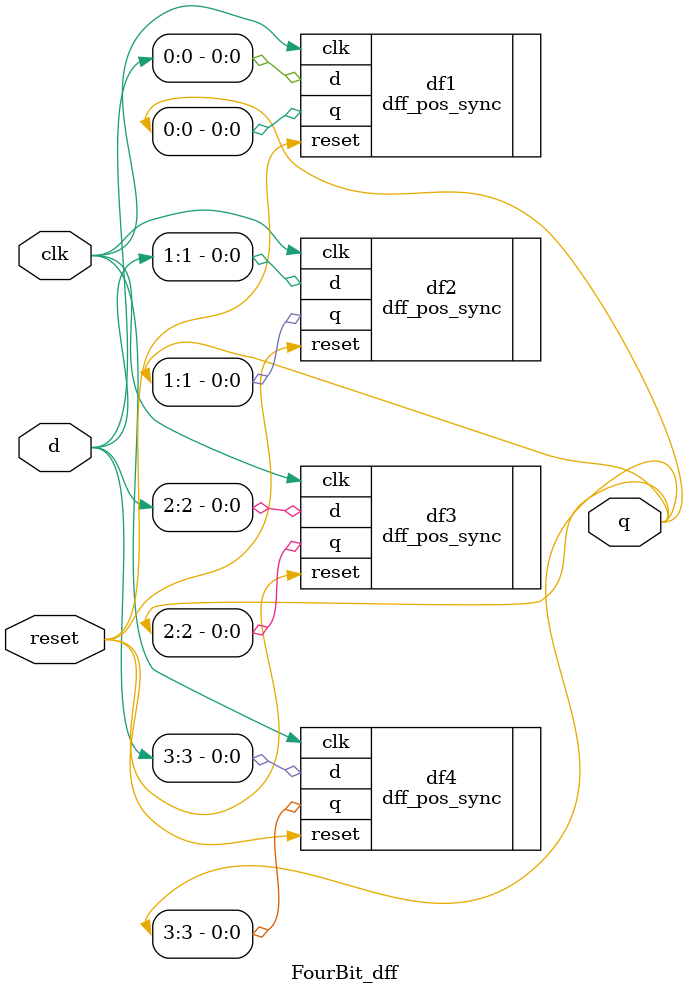
<source format=sv>
module FourBit_dff(
    input clk , reset,
    input [3:0] d,
    output [3:0] q
);

    dff_pos_sync df1(
        .clk(clk),
        .reset(reset),
        .d(d[0]),
        .q(q[0])
    );
    dff_pos_sync df2(
        .clk(clk),
        .reset(reset),
        .d(d[1]),
        .q(q[1])
    );
    dff_pos_sync df3(
        .clk(clk),
        .reset(reset),
        .d(d[2]),
        .q(q[2])
    );
    dff_pos_sync df4(
        .clk(clk),
        .reset(reset),
        .d(d[3]),
        .q(q[3])
    );
endmodule

</source>
